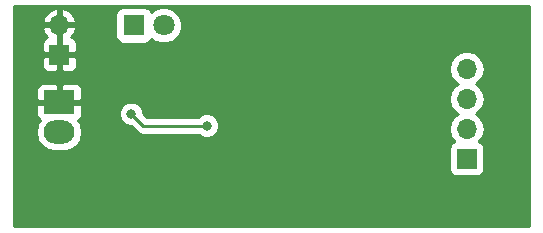
<source format=gbl>
G04 #@! TF.GenerationSoftware,KiCad,Pcbnew,5.0.2-bee76a0~70~ubuntu16.04.1*
G04 #@! TF.CreationDate,2019-01-02T15:35:10+05:30*
G04 #@! TF.ProjectId,Ap3403_LED_test,41703334-3033-45f4-9c45-445f74657374,rev?*
G04 #@! TF.SameCoordinates,Original*
G04 #@! TF.FileFunction,Copper,L2,Bot*
G04 #@! TF.FilePolarity,Positive*
%FSLAX46Y46*%
G04 Gerber Fmt 4.6, Leading zero omitted, Abs format (unit mm)*
G04 Created by KiCad (PCBNEW 5.0.2-bee76a0~70~ubuntu16.04.1) date Wed Jan  2 15:35:10 2019*
%MOMM*%
%LPD*%
G01*
G04 APERTURE LIST*
G04 #@! TA.AperFunction,ComponentPad*
%ADD10R,1.800000X1.800000*%
G04 #@! TD*
G04 #@! TA.AperFunction,ComponentPad*
%ADD11C,1.800000*%
G04 #@! TD*
G04 #@! TA.AperFunction,ComponentPad*
%ADD12O,2.600000X2.000000*%
G04 #@! TD*
G04 #@! TA.AperFunction,ComponentPad*
%ADD13R,2.600000X2.000000*%
G04 #@! TD*
G04 #@! TA.AperFunction,ComponentPad*
%ADD14R,1.700000X1.700000*%
G04 #@! TD*
G04 #@! TA.AperFunction,ComponentPad*
%ADD15O,1.700000X1.700000*%
G04 #@! TD*
G04 #@! TA.AperFunction,ViaPad*
%ADD16C,0.800000*%
G04 #@! TD*
G04 #@! TA.AperFunction,Conductor*
%ADD17C,0.250000*%
G04 #@! TD*
G04 #@! TA.AperFunction,Conductor*
%ADD18C,0.254000*%
G04 #@! TD*
G04 APERTURE END LIST*
D10*
G04 #@! TO.P,D1,1*
G04 #@! TO.N,Net-(D1-Pad1)*
X23800000Y-179300000D03*
D11*
G04 #@! TO.P,D1,2*
G04 #@! TO.N,/VLED*
X26340000Y-179300000D03*
G04 #@! TD*
D12*
G04 #@! TO.P,J1,2*
G04 #@! TO.N,/VIN*
X17500000Y-188340000D03*
D13*
G04 #@! TO.P,J1,1*
G04 #@! TO.N,GND*
X17500000Y-185800000D03*
G04 #@! TD*
D14*
G04 #@! TO.P,J2,1*
G04 #@! TO.N,GND*
X17500000Y-181800000D03*
D15*
G04 #@! TO.P,J2,2*
X17500000Y-179260000D03*
G04 #@! TD*
D14*
G04 #@! TO.P,J3,1*
G04 #@! TO.N,/REG_EN*
X52000000Y-190600000D03*
D15*
G04 #@! TO.P,J3,2*
G04 #@! TO.N,/PWR1*
X52000000Y-188060000D03*
G04 #@! TO.P,J3,3*
G04 #@! TO.N,/PWR2*
X52000000Y-185520000D03*
G04 #@! TO.P,J3,4*
G04 #@! TO.N,/LED_EN*
X52000000Y-182980000D03*
G04 #@! TD*
D16*
G04 #@! TO.N,GND*
X27100000Y-191200000D03*
X43200000Y-182900000D03*
X43200000Y-188100000D03*
X49100000Y-178700000D03*
G04 #@! TO.N,Net-(C2-Pad2)*
X30000000Y-187800000D03*
X23600000Y-186800000D03*
G04 #@! TD*
D17*
G04 #@! TO.N,Net-(C2-Pad2)*
X24600000Y-187800000D02*
X23600000Y-186800000D01*
X30000000Y-187800000D02*
X24600000Y-187800000D01*
G04 #@! TD*
D18*
G04 #@! TO.N,GND*
G36*
X57290000Y-196290000D02*
X13710000Y-196290000D01*
X13710000Y-188340000D01*
X15532969Y-188340000D01*
X15659864Y-188977945D01*
X16021231Y-189518769D01*
X16562055Y-189880136D01*
X17038969Y-189975000D01*
X17961031Y-189975000D01*
X18437945Y-189880136D01*
X18978769Y-189518769D01*
X19340136Y-188977945D01*
X19467031Y-188340000D01*
X19340136Y-187702055D01*
X19110670Y-187358635D01*
X19159699Y-187338327D01*
X19338327Y-187159698D01*
X19435000Y-186926309D01*
X19435000Y-186594126D01*
X22565000Y-186594126D01*
X22565000Y-187005874D01*
X22722569Y-187386280D01*
X23013720Y-187677431D01*
X23394126Y-187835000D01*
X23560199Y-187835000D01*
X24009671Y-188284473D01*
X24052071Y-188347929D01*
X24303463Y-188515904D01*
X24525148Y-188560000D01*
X24525152Y-188560000D01*
X24600000Y-188574888D01*
X24674848Y-188560000D01*
X29296289Y-188560000D01*
X29413720Y-188677431D01*
X29794126Y-188835000D01*
X30205874Y-188835000D01*
X30586280Y-188677431D01*
X30877431Y-188386280D01*
X31035000Y-188005874D01*
X31035000Y-187594126D01*
X30877431Y-187213720D01*
X30586280Y-186922569D01*
X30205874Y-186765000D01*
X29794126Y-186765000D01*
X29413720Y-186922569D01*
X29296289Y-187040000D01*
X24914802Y-187040000D01*
X24635000Y-186760199D01*
X24635000Y-186594126D01*
X24477431Y-186213720D01*
X24186280Y-185922569D01*
X23805874Y-185765000D01*
X23394126Y-185765000D01*
X23013720Y-185922569D01*
X22722569Y-186213720D01*
X22565000Y-186594126D01*
X19435000Y-186594126D01*
X19435000Y-186085750D01*
X19276250Y-185927000D01*
X17627000Y-185927000D01*
X17627000Y-185947000D01*
X17373000Y-185947000D01*
X17373000Y-185927000D01*
X15723750Y-185927000D01*
X15565000Y-186085750D01*
X15565000Y-186926309D01*
X15661673Y-187159698D01*
X15840301Y-187338327D01*
X15889330Y-187358635D01*
X15659864Y-187702055D01*
X15532969Y-188340000D01*
X13710000Y-188340000D01*
X13710000Y-184673691D01*
X15565000Y-184673691D01*
X15565000Y-185514250D01*
X15723750Y-185673000D01*
X17373000Y-185673000D01*
X17373000Y-184323750D01*
X17627000Y-184323750D01*
X17627000Y-185673000D01*
X19276250Y-185673000D01*
X19435000Y-185514250D01*
X19435000Y-184673691D01*
X19338327Y-184440302D01*
X19159699Y-184261673D01*
X18926310Y-184165000D01*
X17785750Y-184165000D01*
X17627000Y-184323750D01*
X17373000Y-184323750D01*
X17214250Y-184165000D01*
X16073690Y-184165000D01*
X15840301Y-184261673D01*
X15661673Y-184440302D01*
X15565000Y-184673691D01*
X13710000Y-184673691D01*
X13710000Y-182085750D01*
X16015000Y-182085750D01*
X16015000Y-182776310D01*
X16111673Y-183009699D01*
X16290302Y-183188327D01*
X16523691Y-183285000D01*
X17214250Y-183285000D01*
X17373000Y-183126250D01*
X17373000Y-181927000D01*
X17627000Y-181927000D01*
X17627000Y-183126250D01*
X17785750Y-183285000D01*
X18476309Y-183285000D01*
X18709698Y-183188327D01*
X18888327Y-183009699D01*
X18900628Y-182980000D01*
X50485908Y-182980000D01*
X50601161Y-183559418D01*
X50929375Y-184050625D01*
X51227761Y-184250000D01*
X50929375Y-184449375D01*
X50601161Y-184940582D01*
X50485908Y-185520000D01*
X50601161Y-186099418D01*
X50929375Y-186590625D01*
X51227761Y-186790000D01*
X50929375Y-186989375D01*
X50601161Y-187480582D01*
X50485908Y-188060000D01*
X50601161Y-188639418D01*
X50929375Y-189130625D01*
X50947619Y-189142816D01*
X50902235Y-189151843D01*
X50692191Y-189292191D01*
X50551843Y-189502235D01*
X50502560Y-189750000D01*
X50502560Y-191450000D01*
X50551843Y-191697765D01*
X50692191Y-191907809D01*
X50902235Y-192048157D01*
X51150000Y-192097440D01*
X52850000Y-192097440D01*
X53097765Y-192048157D01*
X53307809Y-191907809D01*
X53448157Y-191697765D01*
X53497440Y-191450000D01*
X53497440Y-189750000D01*
X53448157Y-189502235D01*
X53307809Y-189292191D01*
X53097765Y-189151843D01*
X53052381Y-189142816D01*
X53070625Y-189130625D01*
X53398839Y-188639418D01*
X53514092Y-188060000D01*
X53398839Y-187480582D01*
X53070625Y-186989375D01*
X52772239Y-186790000D01*
X53070625Y-186590625D01*
X53398839Y-186099418D01*
X53514092Y-185520000D01*
X53398839Y-184940582D01*
X53070625Y-184449375D01*
X52772239Y-184250000D01*
X53070625Y-184050625D01*
X53398839Y-183559418D01*
X53514092Y-182980000D01*
X53398839Y-182400582D01*
X53070625Y-181909375D01*
X52579418Y-181581161D01*
X52146256Y-181495000D01*
X51853744Y-181495000D01*
X51420582Y-181581161D01*
X50929375Y-181909375D01*
X50601161Y-182400582D01*
X50485908Y-182980000D01*
X18900628Y-182980000D01*
X18985000Y-182776310D01*
X18985000Y-182085750D01*
X18826250Y-181927000D01*
X17627000Y-181927000D01*
X17373000Y-181927000D01*
X16173750Y-181927000D01*
X16015000Y-182085750D01*
X13710000Y-182085750D01*
X13710000Y-180823690D01*
X16015000Y-180823690D01*
X16015000Y-181514250D01*
X16173750Y-181673000D01*
X17373000Y-181673000D01*
X17373000Y-179387000D01*
X17627000Y-179387000D01*
X17627000Y-181673000D01*
X18826250Y-181673000D01*
X18985000Y-181514250D01*
X18985000Y-180823690D01*
X18888327Y-180590301D01*
X18709698Y-180411673D01*
X18500122Y-180324864D01*
X18771645Y-180026924D01*
X18941476Y-179616890D01*
X18820155Y-179387000D01*
X17627000Y-179387000D01*
X17373000Y-179387000D01*
X16179845Y-179387000D01*
X16058524Y-179616890D01*
X16228355Y-180026924D01*
X16499878Y-180324864D01*
X16290302Y-180411673D01*
X16111673Y-180590301D01*
X16015000Y-180823690D01*
X13710000Y-180823690D01*
X13710000Y-178903110D01*
X16058524Y-178903110D01*
X16179845Y-179133000D01*
X17373000Y-179133000D01*
X17373000Y-177939181D01*
X17627000Y-177939181D01*
X17627000Y-179133000D01*
X18820155Y-179133000D01*
X18941476Y-178903110D01*
X18771645Y-178493076D01*
X18686822Y-178400000D01*
X22252560Y-178400000D01*
X22252560Y-180200000D01*
X22301843Y-180447765D01*
X22442191Y-180657809D01*
X22652235Y-180798157D01*
X22900000Y-180847440D01*
X24700000Y-180847440D01*
X24947765Y-180798157D01*
X25157809Y-180657809D01*
X25298157Y-180447765D01*
X25301275Y-180432092D01*
X25470493Y-180601310D01*
X26034670Y-180835000D01*
X26645330Y-180835000D01*
X27209507Y-180601310D01*
X27641310Y-180169507D01*
X27875000Y-179605330D01*
X27875000Y-178994670D01*
X27641310Y-178430493D01*
X27209507Y-177998690D01*
X26645330Y-177765000D01*
X26034670Y-177765000D01*
X25470493Y-177998690D01*
X25301275Y-178167908D01*
X25298157Y-178152235D01*
X25157809Y-177942191D01*
X24947765Y-177801843D01*
X24700000Y-177752560D01*
X22900000Y-177752560D01*
X22652235Y-177801843D01*
X22442191Y-177942191D01*
X22301843Y-178152235D01*
X22252560Y-178400000D01*
X18686822Y-178400000D01*
X18381358Y-178064817D01*
X17856892Y-177818514D01*
X17627000Y-177939181D01*
X17373000Y-177939181D01*
X17143108Y-177818514D01*
X16618642Y-178064817D01*
X16228355Y-178493076D01*
X16058524Y-178903110D01*
X13710000Y-178903110D01*
X13710000Y-177710000D01*
X57290001Y-177710000D01*
X57290000Y-196290000D01*
X57290000Y-196290000D01*
G37*
X57290000Y-196290000D02*
X13710000Y-196290000D01*
X13710000Y-188340000D01*
X15532969Y-188340000D01*
X15659864Y-188977945D01*
X16021231Y-189518769D01*
X16562055Y-189880136D01*
X17038969Y-189975000D01*
X17961031Y-189975000D01*
X18437945Y-189880136D01*
X18978769Y-189518769D01*
X19340136Y-188977945D01*
X19467031Y-188340000D01*
X19340136Y-187702055D01*
X19110670Y-187358635D01*
X19159699Y-187338327D01*
X19338327Y-187159698D01*
X19435000Y-186926309D01*
X19435000Y-186594126D01*
X22565000Y-186594126D01*
X22565000Y-187005874D01*
X22722569Y-187386280D01*
X23013720Y-187677431D01*
X23394126Y-187835000D01*
X23560199Y-187835000D01*
X24009671Y-188284473D01*
X24052071Y-188347929D01*
X24303463Y-188515904D01*
X24525148Y-188560000D01*
X24525152Y-188560000D01*
X24600000Y-188574888D01*
X24674848Y-188560000D01*
X29296289Y-188560000D01*
X29413720Y-188677431D01*
X29794126Y-188835000D01*
X30205874Y-188835000D01*
X30586280Y-188677431D01*
X30877431Y-188386280D01*
X31035000Y-188005874D01*
X31035000Y-187594126D01*
X30877431Y-187213720D01*
X30586280Y-186922569D01*
X30205874Y-186765000D01*
X29794126Y-186765000D01*
X29413720Y-186922569D01*
X29296289Y-187040000D01*
X24914802Y-187040000D01*
X24635000Y-186760199D01*
X24635000Y-186594126D01*
X24477431Y-186213720D01*
X24186280Y-185922569D01*
X23805874Y-185765000D01*
X23394126Y-185765000D01*
X23013720Y-185922569D01*
X22722569Y-186213720D01*
X22565000Y-186594126D01*
X19435000Y-186594126D01*
X19435000Y-186085750D01*
X19276250Y-185927000D01*
X17627000Y-185927000D01*
X17627000Y-185947000D01*
X17373000Y-185947000D01*
X17373000Y-185927000D01*
X15723750Y-185927000D01*
X15565000Y-186085750D01*
X15565000Y-186926309D01*
X15661673Y-187159698D01*
X15840301Y-187338327D01*
X15889330Y-187358635D01*
X15659864Y-187702055D01*
X15532969Y-188340000D01*
X13710000Y-188340000D01*
X13710000Y-184673691D01*
X15565000Y-184673691D01*
X15565000Y-185514250D01*
X15723750Y-185673000D01*
X17373000Y-185673000D01*
X17373000Y-184323750D01*
X17627000Y-184323750D01*
X17627000Y-185673000D01*
X19276250Y-185673000D01*
X19435000Y-185514250D01*
X19435000Y-184673691D01*
X19338327Y-184440302D01*
X19159699Y-184261673D01*
X18926310Y-184165000D01*
X17785750Y-184165000D01*
X17627000Y-184323750D01*
X17373000Y-184323750D01*
X17214250Y-184165000D01*
X16073690Y-184165000D01*
X15840301Y-184261673D01*
X15661673Y-184440302D01*
X15565000Y-184673691D01*
X13710000Y-184673691D01*
X13710000Y-182085750D01*
X16015000Y-182085750D01*
X16015000Y-182776310D01*
X16111673Y-183009699D01*
X16290302Y-183188327D01*
X16523691Y-183285000D01*
X17214250Y-183285000D01*
X17373000Y-183126250D01*
X17373000Y-181927000D01*
X17627000Y-181927000D01*
X17627000Y-183126250D01*
X17785750Y-183285000D01*
X18476309Y-183285000D01*
X18709698Y-183188327D01*
X18888327Y-183009699D01*
X18900628Y-182980000D01*
X50485908Y-182980000D01*
X50601161Y-183559418D01*
X50929375Y-184050625D01*
X51227761Y-184250000D01*
X50929375Y-184449375D01*
X50601161Y-184940582D01*
X50485908Y-185520000D01*
X50601161Y-186099418D01*
X50929375Y-186590625D01*
X51227761Y-186790000D01*
X50929375Y-186989375D01*
X50601161Y-187480582D01*
X50485908Y-188060000D01*
X50601161Y-188639418D01*
X50929375Y-189130625D01*
X50947619Y-189142816D01*
X50902235Y-189151843D01*
X50692191Y-189292191D01*
X50551843Y-189502235D01*
X50502560Y-189750000D01*
X50502560Y-191450000D01*
X50551843Y-191697765D01*
X50692191Y-191907809D01*
X50902235Y-192048157D01*
X51150000Y-192097440D01*
X52850000Y-192097440D01*
X53097765Y-192048157D01*
X53307809Y-191907809D01*
X53448157Y-191697765D01*
X53497440Y-191450000D01*
X53497440Y-189750000D01*
X53448157Y-189502235D01*
X53307809Y-189292191D01*
X53097765Y-189151843D01*
X53052381Y-189142816D01*
X53070625Y-189130625D01*
X53398839Y-188639418D01*
X53514092Y-188060000D01*
X53398839Y-187480582D01*
X53070625Y-186989375D01*
X52772239Y-186790000D01*
X53070625Y-186590625D01*
X53398839Y-186099418D01*
X53514092Y-185520000D01*
X53398839Y-184940582D01*
X53070625Y-184449375D01*
X52772239Y-184250000D01*
X53070625Y-184050625D01*
X53398839Y-183559418D01*
X53514092Y-182980000D01*
X53398839Y-182400582D01*
X53070625Y-181909375D01*
X52579418Y-181581161D01*
X52146256Y-181495000D01*
X51853744Y-181495000D01*
X51420582Y-181581161D01*
X50929375Y-181909375D01*
X50601161Y-182400582D01*
X50485908Y-182980000D01*
X18900628Y-182980000D01*
X18985000Y-182776310D01*
X18985000Y-182085750D01*
X18826250Y-181927000D01*
X17627000Y-181927000D01*
X17373000Y-181927000D01*
X16173750Y-181927000D01*
X16015000Y-182085750D01*
X13710000Y-182085750D01*
X13710000Y-180823690D01*
X16015000Y-180823690D01*
X16015000Y-181514250D01*
X16173750Y-181673000D01*
X17373000Y-181673000D01*
X17373000Y-179387000D01*
X17627000Y-179387000D01*
X17627000Y-181673000D01*
X18826250Y-181673000D01*
X18985000Y-181514250D01*
X18985000Y-180823690D01*
X18888327Y-180590301D01*
X18709698Y-180411673D01*
X18500122Y-180324864D01*
X18771645Y-180026924D01*
X18941476Y-179616890D01*
X18820155Y-179387000D01*
X17627000Y-179387000D01*
X17373000Y-179387000D01*
X16179845Y-179387000D01*
X16058524Y-179616890D01*
X16228355Y-180026924D01*
X16499878Y-180324864D01*
X16290302Y-180411673D01*
X16111673Y-180590301D01*
X16015000Y-180823690D01*
X13710000Y-180823690D01*
X13710000Y-178903110D01*
X16058524Y-178903110D01*
X16179845Y-179133000D01*
X17373000Y-179133000D01*
X17373000Y-177939181D01*
X17627000Y-177939181D01*
X17627000Y-179133000D01*
X18820155Y-179133000D01*
X18941476Y-178903110D01*
X18771645Y-178493076D01*
X18686822Y-178400000D01*
X22252560Y-178400000D01*
X22252560Y-180200000D01*
X22301843Y-180447765D01*
X22442191Y-180657809D01*
X22652235Y-180798157D01*
X22900000Y-180847440D01*
X24700000Y-180847440D01*
X24947765Y-180798157D01*
X25157809Y-180657809D01*
X25298157Y-180447765D01*
X25301275Y-180432092D01*
X25470493Y-180601310D01*
X26034670Y-180835000D01*
X26645330Y-180835000D01*
X27209507Y-180601310D01*
X27641310Y-180169507D01*
X27875000Y-179605330D01*
X27875000Y-178994670D01*
X27641310Y-178430493D01*
X27209507Y-177998690D01*
X26645330Y-177765000D01*
X26034670Y-177765000D01*
X25470493Y-177998690D01*
X25301275Y-178167908D01*
X25298157Y-178152235D01*
X25157809Y-177942191D01*
X24947765Y-177801843D01*
X24700000Y-177752560D01*
X22900000Y-177752560D01*
X22652235Y-177801843D01*
X22442191Y-177942191D01*
X22301843Y-178152235D01*
X22252560Y-178400000D01*
X18686822Y-178400000D01*
X18381358Y-178064817D01*
X17856892Y-177818514D01*
X17627000Y-177939181D01*
X17373000Y-177939181D01*
X17143108Y-177818514D01*
X16618642Y-178064817D01*
X16228355Y-178493076D01*
X16058524Y-178903110D01*
X13710000Y-178903110D01*
X13710000Y-177710000D01*
X57290001Y-177710000D01*
X57290000Y-196290000D01*
G04 #@! TD*
M02*

</source>
